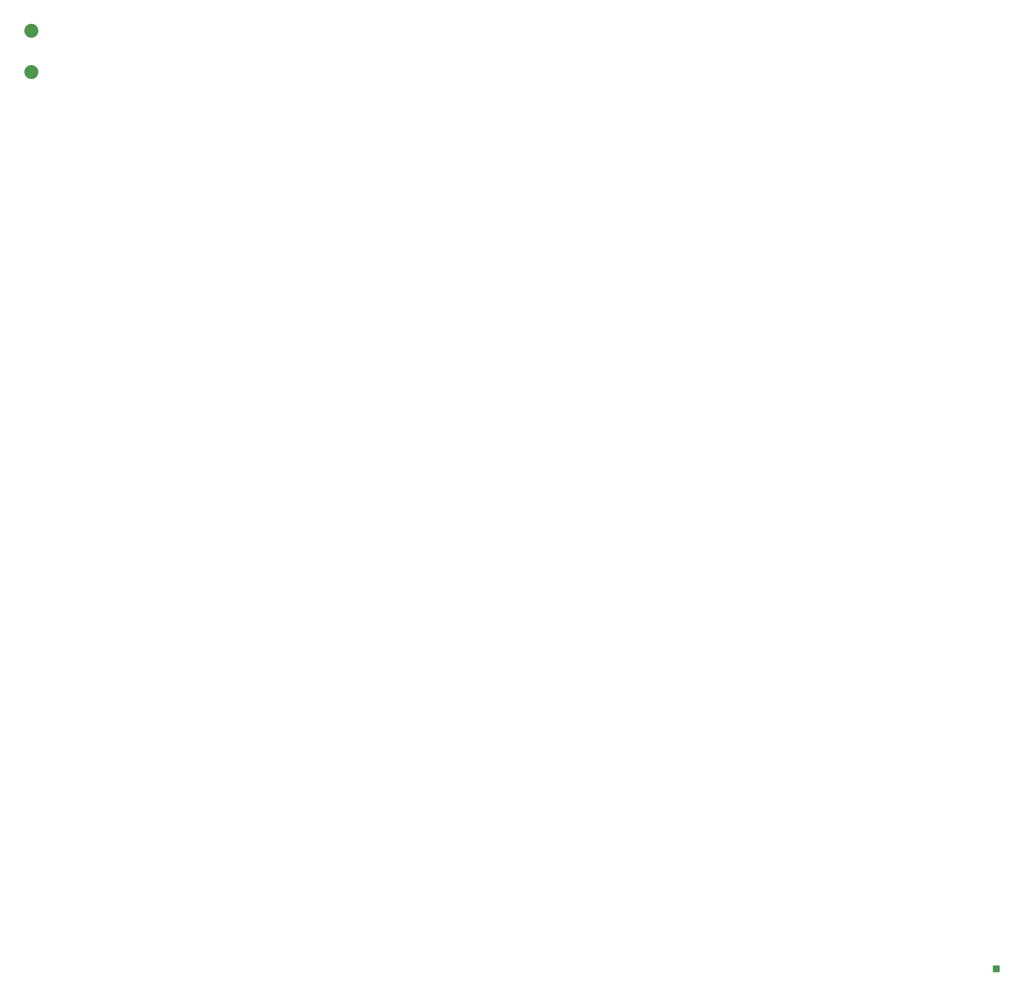
<source format=gbr>
%TF.GenerationSoftware,KiCad,Pcbnew,7.0.1-3b83917a11~172~ubuntu22.04.1*%
%TF.CreationDate,2023-12-10T13:38:52-05:00*%
%TF.ProjectId,coil_template_second,636f696c-5f74-4656-9d70-6c6174655f73,rev?*%
%TF.SameCoordinates,Original*%
%TF.FileFunction,Soldermask,Top*%
%TF.FilePolarity,Negative*%
%FSLAX46Y46*%
G04 Gerber Fmt 4.6, Leading zero omitted, Abs format (unit mm)*
G04 Created by KiCad (PCBNEW 7.0.1-3b83917a11~172~ubuntu22.04.1) date 2023-12-10 13:38:52*
%MOMM*%
%LPD*%
G01*
G04 APERTURE LIST*
%ADD10C,10.160000*%
%ADD11R,5.000000X5.000000*%
G04 APERTURE END LIST*
D10*
%TO.C,J1*%
X45240000Y-75240000D03*
X45240000Y-45270000D03*
%TD*%
D11*
%TO.C,J2*%
X745833867Y-726625756D03*
%TD*%
M02*

</source>
